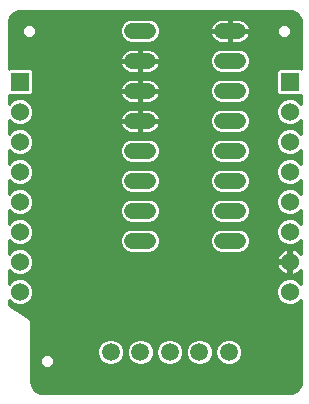
<source format=gbl>
G75*
%MOIN*%
%OFA0B0*%
%FSLAX25Y25*%
%IPPOS*%
%LPD*%
%AMOC8*
5,1,8,0,0,1.08239X$1,22.5*
%
%ADD10R,0.06000X0.06000*%
%ADD11C,0.06000*%
%ADD12C,0.05200*%
%ADD13C,0.05937*%
%ADD14C,0.01000*%
D10*
X0006500Y0108000D03*
X0096500Y0108000D03*
D11*
X0096500Y0098000D03*
X0096500Y0088000D03*
X0096500Y0078000D03*
X0096500Y0068000D03*
X0096500Y0058000D03*
X0096500Y0048000D03*
X0096500Y0038000D03*
X0006500Y0038000D03*
X0006500Y0048000D03*
X0006500Y0058000D03*
X0006500Y0068000D03*
X0006500Y0078000D03*
X0006500Y0088000D03*
X0006500Y0098000D03*
D12*
X0043900Y0095000D02*
X0049100Y0095000D01*
X0049100Y0085000D02*
X0043900Y0085000D01*
X0043900Y0075000D02*
X0049100Y0075000D01*
X0049100Y0065000D02*
X0043900Y0065000D01*
X0043900Y0055000D02*
X0049100Y0055000D01*
X0073900Y0055000D02*
X0079100Y0055000D01*
X0079100Y0065000D02*
X0073900Y0065000D01*
X0073900Y0075000D02*
X0079100Y0075000D01*
X0079100Y0085000D02*
X0073900Y0085000D01*
X0073900Y0095000D02*
X0079100Y0095000D01*
X0079100Y0105000D02*
X0073900Y0105000D01*
X0073900Y0115000D02*
X0079100Y0115000D01*
X0079100Y0125000D02*
X0073900Y0125000D01*
X0049100Y0125000D02*
X0043900Y0125000D01*
X0043900Y0115000D02*
X0049100Y0115000D01*
X0049100Y0105000D02*
X0043900Y0105000D01*
D13*
X0046657Y0018000D03*
X0056500Y0018000D03*
X0066343Y0018000D03*
X0076185Y0018000D03*
X0036815Y0018000D03*
D14*
X0010420Y0007288D02*
X0010965Y0005972D01*
X0011972Y0004965D01*
X0013288Y0004420D01*
X0014000Y0004350D01*
X0096500Y0004350D01*
X0097212Y0004420D01*
X0098528Y0004965D01*
X0099535Y0005972D01*
X0100080Y0007288D01*
X0100150Y0008000D01*
X0100150Y0035286D01*
X0099049Y0034185D01*
X0097395Y0033500D01*
X0095605Y0033500D01*
X0093951Y0034185D01*
X0092685Y0035451D01*
X0092000Y0037105D01*
X0092000Y0038895D01*
X0092685Y0040549D01*
X0093951Y0041815D01*
X0095605Y0042500D01*
X0097395Y0042500D01*
X0099049Y0041815D01*
X0100150Y0040714D01*
X0100150Y0045368D01*
X0099932Y0045068D01*
X0099432Y0044568D01*
X0098859Y0044151D01*
X0098227Y0043830D01*
X0097554Y0043611D01*
X0097000Y0043523D01*
X0097000Y0047500D01*
X0096000Y0047500D01*
X0096000Y0043523D01*
X0095446Y0043611D01*
X0094773Y0043830D01*
X0094141Y0044151D01*
X0093568Y0044568D01*
X0093068Y0045068D01*
X0092651Y0045641D01*
X0092330Y0046273D01*
X0092111Y0046946D01*
X0092023Y0047500D01*
X0096000Y0047500D01*
X0096000Y0048500D01*
X0096000Y0052477D01*
X0095446Y0052389D01*
X0094773Y0052170D01*
X0094141Y0051849D01*
X0093568Y0051432D01*
X0093068Y0050932D01*
X0092651Y0050359D01*
X0092330Y0049727D01*
X0092111Y0049054D01*
X0092023Y0048500D01*
X0096000Y0048500D01*
X0097000Y0048500D01*
X0097000Y0052477D01*
X0097554Y0052389D01*
X0098227Y0052170D01*
X0098859Y0051849D01*
X0099432Y0051432D01*
X0099932Y0050932D01*
X0100150Y0050632D01*
X0100150Y0055286D01*
X0099049Y0054185D01*
X0097395Y0053500D01*
X0095605Y0053500D01*
X0093951Y0054185D01*
X0092685Y0055451D01*
X0092000Y0057105D01*
X0092000Y0058895D01*
X0092685Y0060549D01*
X0093951Y0061815D01*
X0095605Y0062500D01*
X0097395Y0062500D01*
X0099049Y0061815D01*
X0100150Y0060714D01*
X0100150Y0065286D01*
X0099049Y0064185D01*
X0097395Y0063500D01*
X0095605Y0063500D01*
X0093951Y0064185D01*
X0092685Y0065451D01*
X0092000Y0067105D01*
X0092000Y0068895D01*
X0092685Y0070549D01*
X0093951Y0071815D01*
X0095605Y0072500D01*
X0097395Y0072500D01*
X0099049Y0071815D01*
X0100150Y0070714D01*
X0100150Y0075286D01*
X0099049Y0074185D01*
X0097395Y0073500D01*
X0095605Y0073500D01*
X0093951Y0074185D01*
X0092685Y0075451D01*
X0092000Y0077105D01*
X0092000Y0078895D01*
X0092685Y0080549D01*
X0093951Y0081815D01*
X0095605Y0082500D01*
X0097395Y0082500D01*
X0099049Y0081815D01*
X0100150Y0080714D01*
X0100150Y0085286D01*
X0099049Y0084185D01*
X0097395Y0083500D01*
X0095605Y0083500D01*
X0093951Y0084185D01*
X0092685Y0085451D01*
X0092000Y0087105D01*
X0092000Y0088895D01*
X0092685Y0090549D01*
X0093951Y0091815D01*
X0095605Y0092500D01*
X0097395Y0092500D01*
X0099049Y0091815D01*
X0100150Y0090714D01*
X0100150Y0095286D01*
X0099049Y0094185D01*
X0097395Y0093500D01*
X0095605Y0093500D01*
X0093951Y0094185D01*
X0092685Y0095451D01*
X0092000Y0097105D01*
X0092000Y0098895D01*
X0092685Y0100549D01*
X0093951Y0101815D01*
X0095605Y0102500D01*
X0097395Y0102500D01*
X0099049Y0101815D01*
X0100150Y0100714D01*
X0100150Y0103529D01*
X0100121Y0103500D01*
X0092879Y0103500D01*
X0092000Y0104379D01*
X0092000Y0111621D01*
X0092879Y0112500D01*
X0100121Y0112500D01*
X0100150Y0112471D01*
X0100150Y0128000D01*
X0100080Y0128712D01*
X0099535Y0130028D01*
X0098528Y0131035D01*
X0097212Y0131580D01*
X0096500Y0131650D01*
X0006500Y0131650D01*
X0005788Y0131580D01*
X0004472Y0131035D01*
X0003465Y0130028D01*
X0002920Y0128712D01*
X0002850Y0128000D01*
X0002850Y0112471D01*
X0002879Y0112500D01*
X0010121Y0112500D01*
X0011000Y0111621D01*
X0011000Y0104379D01*
X0010121Y0103500D01*
X0002879Y0103500D01*
X0002850Y0103529D01*
X0002850Y0100714D01*
X0003951Y0101815D01*
X0005605Y0102500D01*
X0007395Y0102500D01*
X0009049Y0101815D01*
X0010315Y0100549D01*
X0011000Y0098895D01*
X0011000Y0097105D01*
X0010315Y0095451D01*
X0009049Y0094185D01*
X0007395Y0093500D01*
X0005605Y0093500D01*
X0003951Y0094185D01*
X0002850Y0095286D01*
X0002850Y0090714D01*
X0003951Y0091815D01*
X0005605Y0092500D01*
X0007395Y0092500D01*
X0009049Y0091815D01*
X0010315Y0090549D01*
X0011000Y0088895D01*
X0011000Y0087105D01*
X0010315Y0085451D01*
X0009049Y0084185D01*
X0007395Y0083500D01*
X0005605Y0083500D01*
X0003951Y0084185D01*
X0002850Y0085286D01*
X0002850Y0080714D01*
X0003951Y0081815D01*
X0005605Y0082500D01*
X0007395Y0082500D01*
X0009049Y0081815D01*
X0010315Y0080549D01*
X0011000Y0078895D01*
X0011000Y0077105D01*
X0010315Y0075451D01*
X0009049Y0074185D01*
X0007395Y0073500D01*
X0005605Y0073500D01*
X0003951Y0074185D01*
X0002850Y0075286D01*
X0002850Y0070714D01*
X0003951Y0071815D01*
X0005605Y0072500D01*
X0007395Y0072500D01*
X0009049Y0071815D01*
X0010315Y0070549D01*
X0011000Y0068895D01*
X0011000Y0067105D01*
X0010315Y0065451D01*
X0009049Y0064185D01*
X0007395Y0063500D01*
X0005605Y0063500D01*
X0003951Y0064185D01*
X0002850Y0065286D01*
X0002850Y0060714D01*
X0003951Y0061815D01*
X0005605Y0062500D01*
X0007395Y0062500D01*
X0009049Y0061815D01*
X0010315Y0060549D01*
X0011000Y0058895D01*
X0011000Y0057105D01*
X0010315Y0055451D01*
X0009049Y0054185D01*
X0007395Y0053500D01*
X0005605Y0053500D01*
X0003951Y0054185D01*
X0002850Y0055286D01*
X0002850Y0050714D01*
X0003951Y0051815D01*
X0005605Y0052500D01*
X0007395Y0052500D01*
X0009049Y0051815D01*
X0010315Y0050549D01*
X0011000Y0048895D01*
X0011000Y0047105D01*
X0010315Y0045451D01*
X0009049Y0044185D01*
X0007395Y0043500D01*
X0005605Y0043500D01*
X0003951Y0044185D01*
X0002850Y0045286D01*
X0002850Y0040714D01*
X0003951Y0041815D01*
X0005605Y0042500D01*
X0007395Y0042500D01*
X0009049Y0041815D01*
X0010315Y0040549D01*
X0011000Y0038895D01*
X0011000Y0037105D01*
X0010315Y0035451D01*
X0009049Y0034185D01*
X0007395Y0033500D01*
X0005605Y0033500D01*
X0003951Y0034185D01*
X0002850Y0035286D01*
X0002850Y0033722D01*
X0009409Y0029350D01*
X0009559Y0029350D01*
X0009860Y0029049D01*
X0010214Y0028813D01*
X0010244Y0028666D01*
X0010350Y0028559D01*
X0010350Y0028134D01*
X0010433Y0027716D01*
X0010350Y0027591D01*
X0010350Y0008000D01*
X0010420Y0007288D01*
X0010542Y0006994D02*
X0099958Y0006994D01*
X0100149Y0007993D02*
X0010351Y0007993D01*
X0010350Y0008991D02*
X0100150Y0008991D01*
X0100150Y0009990D02*
X0010350Y0009990D01*
X0010350Y0010988D02*
X0100150Y0010988D01*
X0100150Y0011987D02*
X0010350Y0011987D01*
X0010350Y0012985D02*
X0014262Y0012985D01*
X0014547Y0012700D02*
X0016453Y0012700D01*
X0017800Y0014047D01*
X0017800Y0015953D01*
X0016453Y0017300D01*
X0014547Y0017300D01*
X0013200Y0015953D01*
X0013200Y0014047D01*
X0014547Y0012700D01*
X0013264Y0013984D02*
X0010350Y0013984D01*
X0010350Y0014982D02*
X0013200Y0014982D01*
X0013228Y0015981D02*
X0010350Y0015981D01*
X0010350Y0016979D02*
X0014226Y0016979D01*
X0016774Y0016979D02*
X0032401Y0016979D01*
X0032346Y0017111D02*
X0033027Y0015469D01*
X0034284Y0014212D01*
X0035926Y0013531D01*
X0037704Y0013531D01*
X0039346Y0014212D01*
X0040603Y0015469D01*
X0041283Y0017111D01*
X0041283Y0018889D01*
X0040603Y0020531D01*
X0039346Y0021788D01*
X0037704Y0022468D01*
X0035926Y0022468D01*
X0034284Y0021788D01*
X0033027Y0020531D01*
X0032346Y0018889D01*
X0032346Y0017111D01*
X0032346Y0017978D02*
X0010350Y0017978D01*
X0010350Y0018976D02*
X0032383Y0018976D01*
X0032796Y0019975D02*
X0010350Y0019975D01*
X0010350Y0020973D02*
X0033469Y0020973D01*
X0034727Y0021972D02*
X0010350Y0021972D01*
X0010350Y0022970D02*
X0100150Y0022970D01*
X0100150Y0021972D02*
X0078273Y0021972D01*
X0078716Y0021788D02*
X0077074Y0022468D01*
X0075296Y0022468D01*
X0073654Y0021788D01*
X0072397Y0020531D01*
X0071717Y0018889D01*
X0071717Y0017111D01*
X0072397Y0015469D01*
X0073654Y0014212D01*
X0075296Y0013531D01*
X0077074Y0013531D01*
X0078716Y0014212D01*
X0079973Y0015469D01*
X0080654Y0017111D01*
X0080654Y0018889D01*
X0079973Y0020531D01*
X0078716Y0021788D01*
X0079531Y0020973D02*
X0100150Y0020973D01*
X0100150Y0019975D02*
X0080204Y0019975D01*
X0080617Y0018976D02*
X0100150Y0018976D01*
X0100150Y0017978D02*
X0080654Y0017978D01*
X0080599Y0016979D02*
X0100150Y0016979D01*
X0100150Y0015981D02*
X0080185Y0015981D01*
X0079487Y0014982D02*
X0100150Y0014982D01*
X0100150Y0013984D02*
X0078165Y0013984D01*
X0074205Y0013984D02*
X0068323Y0013984D01*
X0068874Y0014212D02*
X0070131Y0015469D01*
X0070811Y0017111D01*
X0070811Y0018889D01*
X0070131Y0020531D01*
X0068874Y0021788D01*
X0067231Y0022468D01*
X0065454Y0022468D01*
X0063811Y0021788D01*
X0062554Y0020531D01*
X0061874Y0018889D01*
X0061874Y0017111D01*
X0062554Y0015469D01*
X0063811Y0014212D01*
X0065454Y0013531D01*
X0067231Y0013531D01*
X0068874Y0014212D01*
X0069644Y0014982D02*
X0072883Y0014982D01*
X0072185Y0015981D02*
X0070343Y0015981D01*
X0070756Y0016979D02*
X0071771Y0016979D01*
X0071717Y0017978D02*
X0070811Y0017978D01*
X0070775Y0018976D02*
X0071753Y0018976D01*
X0072166Y0019975D02*
X0070361Y0019975D01*
X0069689Y0020973D02*
X0072839Y0020973D01*
X0074097Y0021972D02*
X0068431Y0021972D01*
X0064254Y0021972D02*
X0058588Y0021972D01*
X0059031Y0021788D02*
X0057389Y0022468D01*
X0055611Y0022468D01*
X0053969Y0021788D01*
X0052712Y0020531D01*
X0052031Y0018889D01*
X0052031Y0017111D01*
X0052712Y0015469D01*
X0053969Y0014212D01*
X0055611Y0013531D01*
X0057389Y0013531D01*
X0059031Y0014212D01*
X0060288Y0015469D01*
X0060968Y0017111D01*
X0060968Y0018889D01*
X0060288Y0020531D01*
X0059031Y0021788D01*
X0059846Y0020973D02*
X0062996Y0020973D01*
X0062324Y0019975D02*
X0060519Y0019975D01*
X0060932Y0018976D02*
X0061910Y0018976D01*
X0061874Y0017978D02*
X0060968Y0017978D01*
X0060914Y0016979D02*
X0061929Y0016979D01*
X0062342Y0015981D02*
X0060500Y0015981D01*
X0059802Y0014982D02*
X0063041Y0014982D01*
X0064362Y0013984D02*
X0058480Y0013984D01*
X0054520Y0013984D02*
X0048638Y0013984D01*
X0049189Y0014212D02*
X0047546Y0013531D01*
X0045769Y0013531D01*
X0044126Y0014212D01*
X0042869Y0015469D01*
X0042189Y0017111D01*
X0042189Y0018889D01*
X0042869Y0020531D01*
X0044126Y0021788D01*
X0045769Y0022468D01*
X0047546Y0022468D01*
X0049189Y0021788D01*
X0050446Y0020531D01*
X0051126Y0018889D01*
X0051126Y0017111D01*
X0050446Y0015469D01*
X0049189Y0014212D01*
X0049959Y0014982D02*
X0053198Y0014982D01*
X0052500Y0015981D02*
X0050658Y0015981D01*
X0051071Y0016979D02*
X0052086Y0016979D01*
X0052031Y0017978D02*
X0051126Y0017978D01*
X0051090Y0018976D02*
X0052068Y0018976D01*
X0052481Y0019975D02*
X0050676Y0019975D01*
X0050004Y0020973D02*
X0053154Y0020973D01*
X0054412Y0021972D02*
X0048746Y0021972D01*
X0044569Y0021972D02*
X0038903Y0021972D01*
X0040161Y0020973D02*
X0043311Y0020973D01*
X0042639Y0019975D02*
X0040834Y0019975D01*
X0041247Y0018976D02*
X0042225Y0018976D01*
X0042189Y0017978D02*
X0041283Y0017978D01*
X0041229Y0016979D02*
X0042244Y0016979D01*
X0042657Y0015981D02*
X0040815Y0015981D01*
X0040117Y0014982D02*
X0043356Y0014982D01*
X0044677Y0013984D02*
X0038795Y0013984D01*
X0034835Y0013984D02*
X0017736Y0013984D01*
X0017800Y0014982D02*
X0033513Y0014982D01*
X0032815Y0015981D02*
X0017772Y0015981D01*
X0016738Y0012985D02*
X0100150Y0012985D01*
X0099545Y0005996D02*
X0010955Y0005996D01*
X0011940Y0004997D02*
X0098560Y0004997D01*
X0100150Y0023969D02*
X0010350Y0023969D01*
X0010350Y0024967D02*
X0100150Y0024967D01*
X0100150Y0025966D02*
X0010350Y0025966D01*
X0010350Y0026964D02*
X0100150Y0026964D01*
X0100150Y0027963D02*
X0010384Y0027963D01*
X0009992Y0028961D02*
X0100150Y0028961D01*
X0100150Y0029960D02*
X0008494Y0029960D01*
X0006996Y0030958D02*
X0100150Y0030958D01*
X0100150Y0031957D02*
X0005498Y0031957D01*
X0004001Y0032955D02*
X0100150Y0032955D01*
X0100150Y0033954D02*
X0098491Y0033954D01*
X0099816Y0034952D02*
X0100150Y0034952D01*
X0094509Y0033954D02*
X0008491Y0033954D01*
X0009816Y0034952D02*
X0093184Y0034952D01*
X0092478Y0035951D02*
X0010522Y0035951D01*
X0010936Y0036949D02*
X0092064Y0036949D01*
X0092000Y0037948D02*
X0011000Y0037948D01*
X0010979Y0038946D02*
X0092021Y0038946D01*
X0092435Y0039945D02*
X0010565Y0039945D01*
X0009921Y0040943D02*
X0093079Y0040943D01*
X0094258Y0041942D02*
X0008742Y0041942D01*
X0008455Y0043939D02*
X0094558Y0043939D01*
X0096000Y0043939D02*
X0097000Y0043939D01*
X0097000Y0044937D02*
X0096000Y0044937D01*
X0096000Y0045936D02*
X0097000Y0045936D01*
X0097000Y0046934D02*
X0096000Y0046934D01*
X0096000Y0047933D02*
X0011000Y0047933D01*
X0010985Y0048932D02*
X0092091Y0048932D01*
X0092433Y0049930D02*
X0010571Y0049930D01*
X0009935Y0050929D02*
X0043016Y0050929D01*
X0043084Y0050900D02*
X0041578Y0051524D01*
X0040424Y0052678D01*
X0039800Y0054184D01*
X0039800Y0055816D01*
X0040424Y0057322D01*
X0041578Y0058476D01*
X0043084Y0059100D01*
X0049916Y0059100D01*
X0051422Y0058476D01*
X0052576Y0057322D01*
X0053200Y0055816D01*
X0053200Y0054184D01*
X0052576Y0052678D01*
X0051422Y0051524D01*
X0049916Y0050900D01*
X0043084Y0050900D01*
X0041175Y0051927D02*
X0008778Y0051927D01*
X0008419Y0053924D02*
X0039908Y0053924D01*
X0039800Y0054923D02*
X0009787Y0054923D01*
X0010510Y0055921D02*
X0039844Y0055921D01*
X0040257Y0056920D02*
X0010923Y0056920D01*
X0011000Y0057918D02*
X0041020Y0057918D01*
X0042642Y0058917D02*
X0010991Y0058917D01*
X0010577Y0059915D02*
X0092423Y0059915D01*
X0092009Y0058917D02*
X0080358Y0058917D01*
X0079916Y0059100D02*
X0073084Y0059100D01*
X0071578Y0058476D01*
X0070424Y0057322D01*
X0069800Y0055816D01*
X0069800Y0054184D01*
X0070424Y0052678D01*
X0071578Y0051524D01*
X0073084Y0050900D01*
X0079916Y0050900D01*
X0081422Y0051524D01*
X0082576Y0052678D01*
X0083200Y0054184D01*
X0083200Y0055816D01*
X0082576Y0057322D01*
X0081422Y0058476D01*
X0079916Y0059100D01*
X0079916Y0060900D02*
X0081422Y0061524D01*
X0082576Y0062678D01*
X0083200Y0064184D01*
X0083200Y0065816D01*
X0082576Y0067322D01*
X0081422Y0068476D01*
X0079916Y0069100D01*
X0073084Y0069100D01*
X0071578Y0068476D01*
X0070424Y0067322D01*
X0069800Y0065816D01*
X0069800Y0064184D01*
X0070424Y0062678D01*
X0071578Y0061524D01*
X0073084Y0060900D01*
X0079916Y0060900D01*
X0079948Y0060914D02*
X0093050Y0060914D01*
X0094186Y0061912D02*
X0081810Y0061912D01*
X0082672Y0062911D02*
X0100150Y0062911D01*
X0100150Y0063909D02*
X0098383Y0063909D01*
X0098814Y0061912D02*
X0100150Y0061912D01*
X0100150Y0060914D02*
X0099950Y0060914D01*
X0099772Y0064908D02*
X0100150Y0064908D01*
X0100150Y0070899D02*
X0099965Y0070899D01*
X0100150Y0071897D02*
X0098850Y0071897D01*
X0100150Y0072896D02*
X0082666Y0072896D01*
X0082576Y0072678D02*
X0083200Y0074184D01*
X0083200Y0075816D01*
X0082576Y0077322D01*
X0081422Y0078476D01*
X0079916Y0079100D01*
X0073084Y0079100D01*
X0071578Y0078476D01*
X0070424Y0077322D01*
X0069800Y0075816D01*
X0069800Y0074184D01*
X0070424Y0072678D01*
X0071578Y0071524D01*
X0073084Y0070900D01*
X0079916Y0070900D01*
X0081422Y0071524D01*
X0082576Y0072678D01*
X0081796Y0071897D02*
X0094150Y0071897D01*
X0093035Y0070899D02*
X0009965Y0070899D01*
X0010584Y0069900D02*
X0092416Y0069900D01*
X0092003Y0068902D02*
X0080394Y0068902D01*
X0081995Y0067903D02*
X0092000Y0067903D01*
X0092083Y0066905D02*
X0082749Y0066905D01*
X0083162Y0065906D02*
X0092496Y0065906D01*
X0093228Y0064908D02*
X0083200Y0064908D01*
X0083086Y0063909D02*
X0094617Y0063909D01*
X0092000Y0057918D02*
X0081980Y0057918D01*
X0082743Y0056920D02*
X0092077Y0056920D01*
X0092490Y0055921D02*
X0083156Y0055921D01*
X0083200Y0054923D02*
X0093213Y0054923D01*
X0094581Y0053924D02*
X0083092Y0053924D01*
X0082679Y0052926D02*
X0100150Y0052926D01*
X0100150Y0053924D02*
X0098419Y0053924D01*
X0099787Y0054923D02*
X0100150Y0054923D01*
X0100150Y0051927D02*
X0098705Y0051927D01*
X0099935Y0050929D02*
X0100150Y0050929D01*
X0097000Y0050929D02*
X0096000Y0050929D01*
X0096000Y0051927D02*
X0097000Y0051927D01*
X0097000Y0049930D02*
X0096000Y0049930D01*
X0096000Y0048932D02*
X0097000Y0048932D01*
X0094295Y0051927D02*
X0081825Y0051927D01*
X0079984Y0050929D02*
X0093065Y0050929D01*
X0092115Y0046934D02*
X0010929Y0046934D01*
X0010516Y0045936D02*
X0092501Y0045936D01*
X0093199Y0044937D02*
X0009801Y0044937D01*
X0004545Y0043939D02*
X0002850Y0043939D01*
X0002850Y0044937D02*
X0003199Y0044937D01*
X0002850Y0042940D02*
X0100150Y0042940D01*
X0100150Y0041942D02*
X0098742Y0041942D01*
X0099921Y0040943D02*
X0100150Y0040943D01*
X0100150Y0043939D02*
X0098442Y0043939D01*
X0099801Y0044937D02*
X0100150Y0044937D01*
X0100150Y0073894D02*
X0098347Y0073894D01*
X0099757Y0074893D02*
X0100150Y0074893D01*
X0094653Y0073894D02*
X0083080Y0073894D01*
X0083200Y0074893D02*
X0093243Y0074893D01*
X0092503Y0075891D02*
X0083169Y0075891D01*
X0082755Y0076890D02*
X0092089Y0076890D01*
X0092000Y0077888D02*
X0082010Y0077888D01*
X0080430Y0078887D02*
X0092000Y0078887D01*
X0092410Y0079885D02*
X0010590Y0079885D01*
X0011000Y0078887D02*
X0042570Y0078887D01*
X0043084Y0079100D02*
X0041578Y0078476D01*
X0040424Y0077322D01*
X0039800Y0075816D01*
X0039800Y0074184D01*
X0040424Y0072678D01*
X0041578Y0071524D01*
X0043084Y0070900D01*
X0049916Y0070900D01*
X0051422Y0071524D01*
X0052576Y0072678D01*
X0053200Y0074184D01*
X0053200Y0075816D01*
X0052576Y0077322D01*
X0051422Y0078476D01*
X0049916Y0079100D01*
X0043084Y0079100D01*
X0043084Y0080900D02*
X0041578Y0081524D01*
X0040424Y0082678D01*
X0039800Y0084184D01*
X0039800Y0085816D01*
X0040424Y0087322D01*
X0041578Y0088476D01*
X0043084Y0089100D01*
X0049916Y0089100D01*
X0051422Y0088476D01*
X0052576Y0087322D01*
X0053200Y0085816D01*
X0053200Y0084184D01*
X0052576Y0082678D01*
X0051422Y0081524D01*
X0049916Y0080900D01*
X0043084Y0080900D01*
X0041219Y0081882D02*
X0008886Y0081882D01*
X0009980Y0080884D02*
X0093020Y0080884D01*
X0094114Y0081882D02*
X0081781Y0081882D01*
X0081422Y0081524D02*
X0082576Y0082678D01*
X0083200Y0084184D01*
X0083200Y0085816D01*
X0082576Y0087322D01*
X0081422Y0088476D01*
X0079916Y0089100D01*
X0073084Y0089100D01*
X0071578Y0088476D01*
X0070424Y0087322D01*
X0069800Y0085816D01*
X0069800Y0084184D01*
X0070424Y0082678D01*
X0071578Y0081524D01*
X0073084Y0080900D01*
X0079916Y0080900D01*
X0081422Y0081524D01*
X0082660Y0082881D02*
X0100150Y0082881D01*
X0100150Y0083879D02*
X0098311Y0083879D01*
X0099742Y0084878D02*
X0100150Y0084878D01*
X0100150Y0081882D02*
X0098886Y0081882D01*
X0099980Y0080884D02*
X0100150Y0080884D01*
X0094689Y0083879D02*
X0083074Y0083879D01*
X0083200Y0084878D02*
X0093258Y0084878D01*
X0092509Y0085876D02*
X0083175Y0085876D01*
X0082761Y0086875D02*
X0092095Y0086875D01*
X0092000Y0087873D02*
X0082025Y0087873D01*
X0080466Y0088872D02*
X0092000Y0088872D01*
X0092404Y0089870D02*
X0010596Y0089870D01*
X0011000Y0088872D02*
X0042534Y0088872D01*
X0040975Y0087873D02*
X0011000Y0087873D01*
X0010905Y0086875D02*
X0040239Y0086875D01*
X0039825Y0085876D02*
X0010491Y0085876D01*
X0009742Y0084878D02*
X0039800Y0084878D01*
X0039926Y0083879D02*
X0008311Y0083879D01*
X0004689Y0083879D02*
X0002850Y0083879D01*
X0002850Y0082881D02*
X0040340Y0082881D01*
X0040990Y0077888D02*
X0011000Y0077888D01*
X0010911Y0076890D02*
X0040245Y0076890D01*
X0039831Y0075891D02*
X0010497Y0075891D01*
X0009757Y0074893D02*
X0039800Y0074893D01*
X0039920Y0073894D02*
X0008347Y0073894D01*
X0008850Y0071897D02*
X0041204Y0071897D01*
X0040334Y0072896D02*
X0002850Y0072896D01*
X0002850Y0073894D02*
X0004653Y0073894D01*
X0004150Y0071897D02*
X0002850Y0071897D01*
X0002850Y0070899D02*
X0003035Y0070899D01*
X0002850Y0074893D02*
X0003243Y0074893D01*
X0003020Y0080884D02*
X0002850Y0080884D01*
X0002850Y0081882D02*
X0004114Y0081882D01*
X0003258Y0084878D02*
X0002850Y0084878D01*
X0002850Y0090869D02*
X0003005Y0090869D01*
X0002850Y0091868D02*
X0004078Y0091868D01*
X0002850Y0092866D02*
X0040386Y0092866D01*
X0040393Y0092851D02*
X0040773Y0092329D01*
X0041229Y0091873D01*
X0041751Y0091493D01*
X0042326Y0091200D01*
X0042940Y0091001D01*
X0043577Y0090900D01*
X0046200Y0090900D01*
X0046200Y0094700D01*
X0046800Y0094700D01*
X0046800Y0095300D01*
X0046200Y0095300D01*
X0046200Y0099100D01*
X0043577Y0099100D01*
X0042940Y0098999D01*
X0042326Y0098800D01*
X0041751Y0098507D01*
X0041229Y0098127D01*
X0040773Y0097671D01*
X0040393Y0097149D01*
X0040100Y0096574D01*
X0039901Y0095960D01*
X0039800Y0095323D01*
X0039800Y0095300D01*
X0046200Y0095300D01*
X0046200Y0094700D01*
X0039800Y0094700D01*
X0039800Y0094677D01*
X0039901Y0094040D01*
X0040100Y0093426D01*
X0040393Y0092851D01*
X0039958Y0093865D02*
X0008275Y0093865D01*
X0009727Y0094863D02*
X0046200Y0094863D01*
X0046800Y0094863D02*
X0069800Y0094863D01*
X0069800Y0094184D02*
X0070424Y0092678D01*
X0071578Y0091524D01*
X0073084Y0090900D01*
X0079916Y0090900D01*
X0081422Y0091524D01*
X0082576Y0092678D01*
X0083200Y0094184D01*
X0083200Y0095816D01*
X0082576Y0097322D01*
X0081422Y0098476D01*
X0079916Y0099100D01*
X0073084Y0099100D01*
X0071578Y0098476D01*
X0070424Y0097322D01*
X0069800Y0095816D01*
X0069800Y0094184D01*
X0069933Y0093865D02*
X0053042Y0093865D01*
X0053099Y0094040D02*
X0053200Y0094677D01*
X0053200Y0094700D01*
X0046800Y0094700D01*
X0046800Y0090900D01*
X0049423Y0090900D01*
X0050060Y0091001D01*
X0050674Y0091200D01*
X0051249Y0091493D01*
X0051771Y0091873D01*
X0052227Y0092329D01*
X0052607Y0092851D01*
X0052900Y0093426D01*
X0053099Y0094040D01*
X0053200Y0095300D02*
X0053200Y0095323D01*
X0053099Y0095960D01*
X0052900Y0096574D01*
X0052607Y0097149D01*
X0052227Y0097671D01*
X0051771Y0098127D01*
X0051249Y0098507D01*
X0050674Y0098800D01*
X0050060Y0098999D01*
X0049423Y0099100D01*
X0046800Y0099100D01*
X0046800Y0095300D01*
X0053200Y0095300D01*
X0053115Y0095862D02*
X0069819Y0095862D01*
X0070233Y0096860D02*
X0052754Y0096860D01*
X0052040Y0097859D02*
X0070960Y0097859D01*
X0072498Y0098857D02*
X0050497Y0098857D01*
X0050060Y0101001D02*
X0049423Y0100900D01*
X0046800Y0100900D01*
X0046800Y0104700D01*
X0046800Y0105300D01*
X0046200Y0105300D01*
X0046200Y0109100D01*
X0043577Y0109100D01*
X0042940Y0108999D01*
X0042326Y0108800D01*
X0041751Y0108507D01*
X0041229Y0108127D01*
X0040773Y0107671D01*
X0040393Y0107149D01*
X0040100Y0106574D01*
X0039901Y0105960D01*
X0039800Y0105323D01*
X0039800Y0105300D01*
X0046200Y0105300D01*
X0046200Y0104700D01*
X0046800Y0104700D01*
X0053200Y0104700D01*
X0053200Y0104677D01*
X0053099Y0104040D01*
X0052900Y0103426D01*
X0052607Y0102851D01*
X0070352Y0102851D01*
X0070424Y0102678D02*
X0071578Y0101524D01*
X0073084Y0100900D01*
X0079916Y0100900D01*
X0081422Y0101524D01*
X0082576Y0102678D01*
X0083200Y0104184D01*
X0083200Y0105816D01*
X0082576Y0107322D01*
X0081422Y0108476D01*
X0079916Y0109100D01*
X0073084Y0109100D01*
X0071578Y0108476D01*
X0070424Y0107322D01*
X0069800Y0105816D01*
X0069800Y0104184D01*
X0070424Y0102678D01*
X0071249Y0101853D02*
X0051743Y0101853D01*
X0051771Y0101873D02*
X0052227Y0102329D01*
X0052607Y0102851D01*
X0053037Y0103850D02*
X0069939Y0103850D01*
X0069800Y0104848D02*
X0046800Y0104848D01*
X0046800Y0105300D02*
X0053200Y0105300D01*
X0053200Y0105323D01*
X0053099Y0105960D01*
X0052900Y0106574D01*
X0052607Y0107149D01*
X0052227Y0107671D01*
X0051771Y0108127D01*
X0051249Y0108507D01*
X0050674Y0108800D01*
X0050060Y0108999D01*
X0049423Y0109100D01*
X0046800Y0109100D01*
X0046800Y0105300D01*
X0046800Y0105847D02*
X0046200Y0105847D01*
X0046200Y0106845D02*
X0046800Y0106845D01*
X0046800Y0107844D02*
X0046200Y0107844D01*
X0046200Y0108842D02*
X0046800Y0108842D01*
X0046800Y0110900D02*
X0049423Y0110900D01*
X0050060Y0111001D01*
X0050674Y0111200D01*
X0051249Y0111493D01*
X0051771Y0111873D01*
X0052227Y0112329D01*
X0052607Y0112851D01*
X0052900Y0113426D01*
X0053099Y0114040D01*
X0053200Y0114677D01*
X0053200Y0114700D01*
X0046800Y0114700D01*
X0046800Y0115300D01*
X0046200Y0115300D01*
X0046200Y0119100D01*
X0043577Y0119100D01*
X0042940Y0118999D01*
X0042326Y0118800D01*
X0041751Y0118507D01*
X0041229Y0118127D01*
X0040773Y0117671D01*
X0040393Y0117149D01*
X0040100Y0116574D01*
X0039901Y0115960D01*
X0039800Y0115323D01*
X0039800Y0115300D01*
X0046200Y0115300D01*
X0046200Y0114700D01*
X0046800Y0114700D01*
X0046800Y0110900D01*
X0046200Y0110900D02*
X0046200Y0114700D01*
X0039800Y0114700D01*
X0039800Y0114677D01*
X0039901Y0114040D01*
X0040100Y0113426D01*
X0040393Y0112851D01*
X0040773Y0112329D01*
X0041229Y0111873D01*
X0041751Y0111493D01*
X0042326Y0111200D01*
X0042940Y0111001D01*
X0043577Y0110900D01*
X0046200Y0110900D01*
X0046200Y0111838D02*
X0046800Y0111838D01*
X0046800Y0112836D02*
X0046200Y0112836D01*
X0046200Y0113835D02*
X0046800Y0113835D01*
X0046800Y0114833D02*
X0069800Y0114833D01*
X0069800Y0114184D02*
X0070424Y0112678D01*
X0071578Y0111524D01*
X0073084Y0110900D01*
X0079916Y0110900D01*
X0081422Y0111524D01*
X0082576Y0112678D01*
X0083200Y0114184D01*
X0083200Y0115816D01*
X0082576Y0117322D01*
X0081422Y0118476D01*
X0079916Y0119100D01*
X0073084Y0119100D01*
X0071578Y0118476D01*
X0070424Y0117322D01*
X0069800Y0115816D01*
X0069800Y0114184D01*
X0069945Y0113835D02*
X0053032Y0113835D01*
X0052596Y0112836D02*
X0070358Y0112836D01*
X0071264Y0111838D02*
X0051723Y0111838D01*
X0053200Y0115300D02*
X0053200Y0115323D01*
X0053099Y0115960D01*
X0052900Y0116574D01*
X0052607Y0117149D01*
X0052227Y0117671D01*
X0051771Y0118127D01*
X0051249Y0118507D01*
X0050674Y0118800D01*
X0050060Y0118999D01*
X0049423Y0119100D01*
X0046800Y0119100D01*
X0046800Y0115300D01*
X0053200Y0115300D01*
X0053119Y0115832D02*
X0069807Y0115832D01*
X0070220Y0116830D02*
X0052769Y0116830D01*
X0052069Y0117829D02*
X0070931Y0117829D01*
X0072426Y0118827D02*
X0050589Y0118827D01*
X0049916Y0120900D02*
X0051422Y0121524D01*
X0052576Y0122678D01*
X0053200Y0124184D01*
X0053200Y0125816D01*
X0052576Y0127322D01*
X0051422Y0128476D01*
X0049916Y0129100D01*
X0043084Y0129100D01*
X0041578Y0128476D01*
X0040424Y0127322D01*
X0039800Y0125816D01*
X0039800Y0124184D01*
X0040424Y0122678D01*
X0041578Y0121524D01*
X0043084Y0120900D01*
X0049916Y0120900D01*
X0051721Y0121823D02*
X0071298Y0121823D01*
X0071229Y0121873D02*
X0071751Y0121493D01*
X0072326Y0121200D01*
X0072940Y0121001D01*
X0073577Y0120900D01*
X0076200Y0120900D01*
X0076200Y0124700D01*
X0076800Y0124700D01*
X0076800Y0125300D01*
X0076200Y0125300D01*
X0076200Y0129100D01*
X0073577Y0129100D01*
X0072940Y0128999D01*
X0072326Y0128800D01*
X0071751Y0128507D01*
X0071229Y0128127D01*
X0070773Y0127671D01*
X0070393Y0127149D01*
X0070100Y0126574D01*
X0069901Y0125960D01*
X0069800Y0125323D01*
X0069800Y0125300D01*
X0076200Y0125300D01*
X0076200Y0124700D01*
X0069800Y0124700D01*
X0069800Y0124677D01*
X0069901Y0124040D01*
X0070100Y0123426D01*
X0070393Y0122851D01*
X0070773Y0122329D01*
X0071229Y0121873D01*
X0070415Y0122821D02*
X0052635Y0122821D01*
X0053049Y0123820D02*
X0069972Y0123820D01*
X0069878Y0125817D02*
X0053199Y0125817D01*
X0053200Y0124818D02*
X0076200Y0124818D01*
X0076800Y0124818D02*
X0092200Y0124818D01*
X0092200Y0124047D02*
X0093547Y0122700D01*
X0095453Y0122700D01*
X0096800Y0124047D01*
X0096800Y0125953D01*
X0095453Y0127300D01*
X0093547Y0127300D01*
X0092200Y0125953D01*
X0092200Y0124047D01*
X0092427Y0123820D02*
X0083028Y0123820D01*
X0083099Y0124040D02*
X0083200Y0124677D01*
X0083200Y0124700D01*
X0076800Y0124700D01*
X0076800Y0120900D01*
X0079423Y0120900D01*
X0080060Y0121001D01*
X0080674Y0121200D01*
X0081249Y0121493D01*
X0081771Y0121873D01*
X0082227Y0122329D01*
X0082607Y0122851D01*
X0082900Y0123426D01*
X0083099Y0124040D01*
X0083200Y0125300D02*
X0083200Y0125323D01*
X0083099Y0125960D01*
X0082900Y0126574D01*
X0082607Y0127149D01*
X0082227Y0127671D01*
X0081771Y0128127D01*
X0081249Y0128507D01*
X0080674Y0128800D01*
X0080060Y0128999D01*
X0079423Y0129100D01*
X0076800Y0129100D01*
X0076800Y0125300D01*
X0083200Y0125300D01*
X0083122Y0125817D02*
X0092200Y0125817D01*
X0093063Y0126815D02*
X0082777Y0126815D01*
X0082084Y0127814D02*
X0100150Y0127814D01*
X0100150Y0126815D02*
X0095937Y0126815D01*
X0096800Y0125817D02*
X0100150Y0125817D01*
X0100150Y0124818D02*
X0096800Y0124818D01*
X0096573Y0123820D02*
X0100150Y0123820D01*
X0100150Y0122821D02*
X0095574Y0122821D01*
X0093426Y0122821D02*
X0082585Y0122821D01*
X0081702Y0121823D02*
X0100150Y0121823D01*
X0100150Y0120824D02*
X0002850Y0120824D01*
X0002850Y0119826D02*
X0100150Y0119826D01*
X0100150Y0118827D02*
X0080574Y0118827D01*
X0082069Y0117829D02*
X0100150Y0117829D01*
X0100150Y0116830D02*
X0082780Y0116830D01*
X0083193Y0115832D02*
X0100150Y0115832D01*
X0100150Y0114833D02*
X0083200Y0114833D01*
X0083055Y0113835D02*
X0100150Y0113835D01*
X0100150Y0112836D02*
X0082642Y0112836D01*
X0081736Y0111838D02*
X0092216Y0111838D01*
X0092000Y0110839D02*
X0011000Y0110839D01*
X0011000Y0109841D02*
X0092000Y0109841D01*
X0092000Y0108842D02*
X0080538Y0108842D01*
X0082055Y0107844D02*
X0092000Y0107844D01*
X0092000Y0106845D02*
X0082773Y0106845D01*
X0083187Y0105847D02*
X0092000Y0105847D01*
X0092000Y0104848D02*
X0083200Y0104848D01*
X0083061Y0103850D02*
X0092529Y0103850D01*
X0094042Y0101853D02*
X0081751Y0101853D01*
X0082648Y0102851D02*
X0100150Y0102851D01*
X0100150Y0101853D02*
X0098958Y0101853D01*
X0100010Y0100854D02*
X0100150Y0100854D01*
X0100150Y0094863D02*
X0099727Y0094863D01*
X0100150Y0093865D02*
X0098275Y0093865D01*
X0098922Y0091868D02*
X0100150Y0091868D01*
X0100150Y0092866D02*
X0082654Y0092866D01*
X0083067Y0093865D02*
X0094725Y0093865D01*
X0093273Y0094863D02*
X0083200Y0094863D01*
X0083181Y0095862D02*
X0092515Y0095862D01*
X0092101Y0096860D02*
X0082767Y0096860D01*
X0082040Y0097859D02*
X0092000Y0097859D01*
X0092000Y0098857D02*
X0080502Y0098857D01*
X0081766Y0091868D02*
X0094078Y0091868D01*
X0093005Y0090869D02*
X0009995Y0090869D01*
X0008922Y0091868D02*
X0041236Y0091868D01*
X0039885Y0095862D02*
X0010485Y0095862D01*
X0010899Y0096860D02*
X0040246Y0096860D01*
X0040960Y0097859D02*
X0011000Y0097859D01*
X0011000Y0098857D02*
X0042503Y0098857D01*
X0042940Y0101001D02*
X0043577Y0100900D01*
X0046200Y0100900D01*
X0046200Y0104700D01*
X0039800Y0104700D01*
X0039800Y0104677D01*
X0039901Y0104040D01*
X0040100Y0103426D01*
X0040393Y0102851D01*
X0002850Y0102851D01*
X0002850Y0101853D02*
X0004042Y0101853D01*
X0002990Y0100854D02*
X0002850Y0100854D01*
X0002850Y0094863D02*
X0003273Y0094863D01*
X0002850Y0093865D02*
X0004725Y0093865D01*
X0010602Y0099856D02*
X0092398Y0099856D01*
X0092990Y0100854D02*
X0010010Y0100854D01*
X0008958Y0101853D02*
X0041257Y0101853D01*
X0041229Y0101873D02*
X0041751Y0101493D01*
X0042326Y0101200D01*
X0042940Y0101001D01*
X0041229Y0101873D02*
X0040773Y0102329D01*
X0040393Y0102851D01*
X0039963Y0103850D02*
X0010471Y0103850D01*
X0011000Y0104848D02*
X0046200Y0104848D01*
X0046200Y0103850D02*
X0046800Y0103850D01*
X0046800Y0102851D02*
X0046200Y0102851D01*
X0046200Y0101853D02*
X0046800Y0101853D01*
X0046800Y0098857D02*
X0046200Y0098857D01*
X0046200Y0097859D02*
X0046800Y0097859D01*
X0046800Y0096860D02*
X0046200Y0096860D01*
X0046200Y0095862D02*
X0046800Y0095862D01*
X0046800Y0093865D02*
X0046200Y0093865D01*
X0046200Y0092866D02*
X0046800Y0092866D01*
X0046800Y0091868D02*
X0046200Y0091868D01*
X0050466Y0088872D02*
X0072534Y0088872D01*
X0070975Y0087873D02*
X0052025Y0087873D01*
X0052761Y0086875D02*
X0070239Y0086875D01*
X0069825Y0085876D02*
X0053175Y0085876D01*
X0053200Y0084878D02*
X0069800Y0084878D01*
X0069926Y0083879D02*
X0053074Y0083879D01*
X0052660Y0082881D02*
X0070340Y0082881D01*
X0071219Y0081882D02*
X0051781Y0081882D01*
X0050430Y0078887D02*
X0072570Y0078887D01*
X0070990Y0077888D02*
X0052010Y0077888D01*
X0052755Y0076890D02*
X0070245Y0076890D01*
X0069831Y0075891D02*
X0053169Y0075891D01*
X0053200Y0074893D02*
X0069800Y0074893D01*
X0069920Y0073894D02*
X0053080Y0073894D01*
X0052666Y0072896D02*
X0070334Y0072896D01*
X0071204Y0071897D02*
X0051796Y0071897D01*
X0050394Y0068902D02*
X0072606Y0068902D01*
X0071005Y0067903D02*
X0051995Y0067903D01*
X0051422Y0068476D02*
X0049916Y0069100D01*
X0043084Y0069100D01*
X0041578Y0068476D01*
X0040424Y0067322D01*
X0039800Y0065816D01*
X0039800Y0064184D01*
X0040424Y0062678D01*
X0041578Y0061524D01*
X0043084Y0060900D01*
X0049916Y0060900D01*
X0051422Y0061524D01*
X0052576Y0062678D01*
X0053200Y0064184D01*
X0053200Y0065816D01*
X0052576Y0067322D01*
X0051422Y0068476D01*
X0052749Y0066905D02*
X0070251Y0066905D01*
X0069838Y0065906D02*
X0053162Y0065906D01*
X0053200Y0064908D02*
X0069800Y0064908D01*
X0069914Y0063909D02*
X0053086Y0063909D01*
X0052672Y0062911D02*
X0070328Y0062911D01*
X0071190Y0061912D02*
X0051810Y0061912D01*
X0049948Y0060914D02*
X0073051Y0060914D01*
X0072642Y0058917D02*
X0050358Y0058917D01*
X0051980Y0057918D02*
X0071020Y0057918D01*
X0070257Y0056920D02*
X0052743Y0056920D01*
X0053156Y0055921D02*
X0069844Y0055921D01*
X0069800Y0054923D02*
X0053200Y0054923D01*
X0053092Y0053924D02*
X0069908Y0053924D01*
X0070321Y0052926D02*
X0052679Y0052926D01*
X0051825Y0051927D02*
X0071175Y0051927D01*
X0073016Y0050929D02*
X0049984Y0050929D01*
X0043051Y0060914D02*
X0009950Y0060914D01*
X0008814Y0061912D02*
X0041190Y0061912D01*
X0040328Y0062911D02*
X0002850Y0062911D01*
X0002850Y0063909D02*
X0004617Y0063909D01*
X0004186Y0061912D02*
X0002850Y0061912D01*
X0002850Y0060914D02*
X0003050Y0060914D01*
X0003228Y0064908D02*
X0002850Y0064908D01*
X0008383Y0063909D02*
X0039914Y0063909D01*
X0039800Y0064908D02*
X0009772Y0064908D01*
X0010503Y0065906D02*
X0039838Y0065906D01*
X0040251Y0066905D02*
X0010917Y0066905D01*
X0011000Y0067903D02*
X0041005Y0067903D01*
X0042606Y0068902D02*
X0010997Y0068902D01*
X0003213Y0054923D02*
X0002850Y0054923D01*
X0002850Y0053924D02*
X0004581Y0053924D01*
X0002850Y0052926D02*
X0040321Y0052926D01*
X0051764Y0091868D02*
X0071234Y0091868D01*
X0070346Y0092866D02*
X0052614Y0092866D01*
X0050060Y0101001D02*
X0050674Y0101200D01*
X0051249Y0101493D01*
X0051771Y0101873D01*
X0053117Y0105847D02*
X0069813Y0105847D01*
X0070227Y0106845D02*
X0052761Y0106845D01*
X0052055Y0107844D02*
X0070945Y0107844D01*
X0072462Y0108842D02*
X0050543Y0108842D01*
X0046200Y0114833D02*
X0002850Y0114833D01*
X0002850Y0113835D02*
X0039968Y0113835D01*
X0040404Y0112836D02*
X0002850Y0112836D01*
X0002850Y0115832D02*
X0039881Y0115832D01*
X0040231Y0116830D02*
X0002850Y0116830D01*
X0002850Y0117829D02*
X0040931Y0117829D01*
X0042411Y0118827D02*
X0002850Y0118827D01*
X0002850Y0121823D02*
X0041279Y0121823D01*
X0040365Y0122821D02*
X0010574Y0122821D01*
X0010453Y0122700D02*
X0011800Y0124047D01*
X0011800Y0125953D01*
X0010453Y0127300D01*
X0008547Y0127300D01*
X0007200Y0125953D01*
X0007200Y0124047D01*
X0008547Y0122700D01*
X0010453Y0122700D01*
X0011573Y0123820D02*
X0039951Y0123820D01*
X0039800Y0124818D02*
X0011800Y0124818D01*
X0011800Y0125817D02*
X0039801Y0125817D01*
X0040214Y0126815D02*
X0010937Y0126815D01*
X0008063Y0126815D02*
X0002850Y0126815D01*
X0002850Y0125817D02*
X0007200Y0125817D01*
X0007200Y0124818D02*
X0002850Y0124818D01*
X0002850Y0123820D02*
X0007427Y0123820D01*
X0008426Y0122821D02*
X0002850Y0122821D01*
X0002850Y0127814D02*
X0040916Y0127814D01*
X0042390Y0128812D02*
X0002962Y0128812D01*
X0003375Y0129811D02*
X0099625Y0129811D01*
X0100038Y0128812D02*
X0080634Y0128812D01*
X0076800Y0128812D02*
X0076200Y0128812D01*
X0076200Y0127814D02*
X0076800Y0127814D01*
X0076800Y0126815D02*
X0076200Y0126815D01*
X0076200Y0125817D02*
X0076800Y0125817D01*
X0076800Y0123820D02*
X0076200Y0123820D01*
X0076200Y0122821D02*
X0076800Y0122821D01*
X0076800Y0121823D02*
X0076200Y0121823D01*
X0070223Y0126815D02*
X0052786Y0126815D01*
X0052084Y0127814D02*
X0070916Y0127814D01*
X0072366Y0128812D02*
X0050610Y0128812D01*
X0046800Y0118827D02*
X0046200Y0118827D01*
X0046200Y0117829D02*
X0046800Y0117829D01*
X0046800Y0116830D02*
X0046200Y0116830D01*
X0046200Y0115832D02*
X0046800Y0115832D01*
X0041277Y0111838D02*
X0010784Y0111838D01*
X0011000Y0108842D02*
X0042457Y0108842D01*
X0040945Y0107844D02*
X0011000Y0107844D01*
X0011000Y0106845D02*
X0040239Y0106845D01*
X0039883Y0105847D02*
X0011000Y0105847D01*
X0004247Y0130809D02*
X0098753Y0130809D01*
X0099995Y0090869D02*
X0100150Y0090869D01*
X0004222Y0051927D02*
X0002850Y0051927D01*
X0002850Y0050929D02*
X0003065Y0050929D01*
X0002850Y0041942D02*
X0004258Y0041942D01*
X0003079Y0040943D02*
X0002850Y0040943D01*
X0002850Y0034952D02*
X0003184Y0034952D01*
X0002850Y0033954D02*
X0004509Y0033954D01*
M02*

</source>
